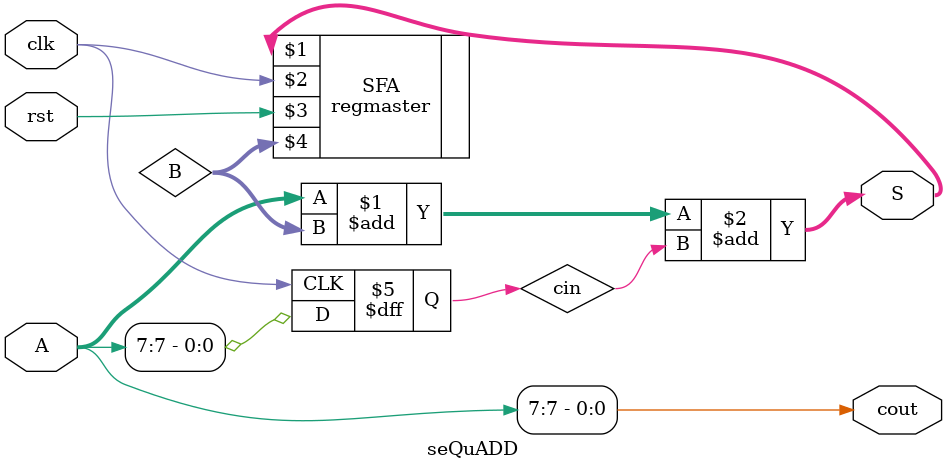
<source format=v>
`timescale 1ns/1ns
module seQuADD(input [7:0]A , input clk , rst ,output [7:0]S,output cout);
  wire [7:0]B;
  reg cin=0; 
  assign #(182) S = A + B + cin;
  assign cout = A[7];
   always @(posedge clk) begin
    cin <= cout;
  end
  regmaster SFA(S,clk,rst,B);
  endmodule 
</source>
